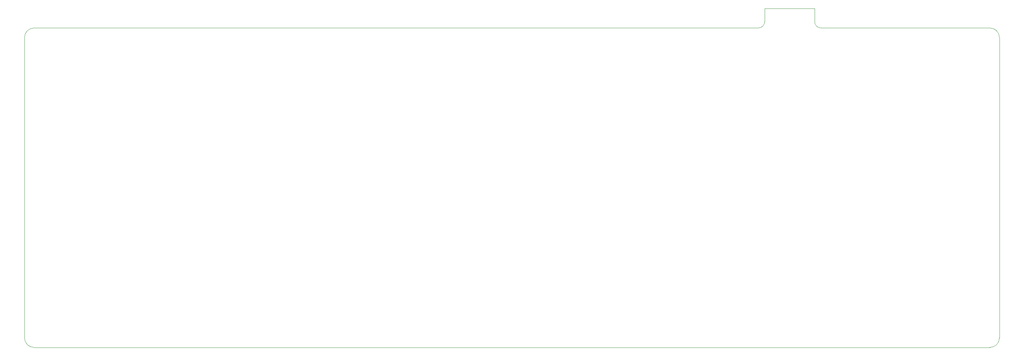
<source format=gbr>
G04 #@! TF.GenerationSoftware,KiCad,Pcbnew,(5.1.4)-1*
G04 #@! TF.CreationDate,2024-08-25T15:45:26-04:00*
G04 #@! TF.ProjectId,smolboi-pcb,736d6f6c-626f-4692-9d70-63622e6b6963,rev?*
G04 #@! TF.SameCoordinates,Original*
G04 #@! TF.FileFunction,Profile,NP*
%FSLAX46Y46*%
G04 Gerber Fmt 4.6, Leading zero omitted, Abs format (unit mm)*
G04 Created by KiCad (PCBNEW (5.1.4)-1) date 2024-08-25 15:45:26*
%MOMM*%
%LPD*%
G04 APERTURE LIST*
%ADD10C,0.050000*%
G04 APERTURE END LIST*
D10*
X341566500Y-39687500D02*
X265906250Y-39687500D01*
X399256250Y-39687500D02*
X357187500Y-39687500D01*
X399256250Y-119380000D02*
X161131250Y-119380000D01*
X401637500Y-116998750D02*
G75*
G02X399256250Y-119380000I-2381250J0D01*
G01*
X401637500Y-42068750D02*
X401637500Y-116998750D01*
X161131250Y-119380000D02*
G75*
G02X158750000Y-116998750I0J2381250D01*
G01*
X158750000Y-42068750D02*
X158750000Y-116998750D01*
X399256250Y-39687500D02*
G75*
G02X401637500Y-42068750I0J-2381250D01*
G01*
X161131250Y-39687500D02*
X265906250Y-39687500D01*
X158750000Y-42068750D02*
G75*
G02X161131250Y-39687500I2381250J0D01*
G01*
X355600000Y-34798000D02*
X355600000Y-38100000D01*
X343154000Y-34798000D02*
X355600000Y-34798000D01*
X343154000Y-38100000D02*
X343154000Y-34798000D01*
X357187500Y-39687500D02*
G75*
G02X355600000Y-38100000I0J1587500D01*
G01*
X343154000Y-38100000D02*
G75*
G02X341566500Y-39687500I-1587500J0D01*
G01*
M02*

</source>
